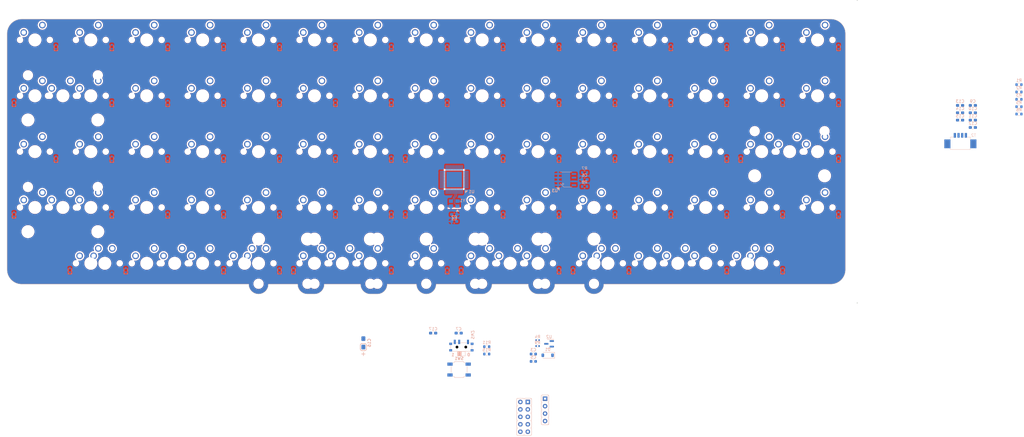
<source format=kicad_pcb>
(kicad_pcb (version 20221018) (generator pcbnew)
  (layers (0 "F.Cu" signal) (31 "B.Cu" signal) (34 "B.Paste" user) (35 "F.Paste" user) (36 "B.SilkS" user "B.Silkscreen") (37 "F.SilkS" user "F.Silkscreen") (38 "B.Mask" user) (39 "F.Mask" user) (44 "Edge.Cuts" user))
  (net 0 "")
  (net 1 "col0")
  (net 2 "col1")
  (net 3 "col2")
  (net 4 "col3")
  (net 5 "col4")
  (net 6 "col5")
  (net 7 "col6")
  (net 8 "col7")
  (net 9 "col8")
  (net 10 "col9")
  (net 11 "col10")
  (net 12 "col11")
  (net 13 "col12")
  (net 14 "col13")
  (net 15 "col14")
  (net 16 "row0")
  (net 17 "row1")
  (net 18 "row2")
  (net 19 "row3")
  (net 20 "row4")
  (net 21 "Net-(U1-PD1{slash}OSC_OUT)")
  (net 22 "GND")
  (net 23 "Net-(U1-PD0{slash}OSC_IN)")
  (net 24 "3V3")
  (net 25 "NRST")
  (net 26 "Net-(U1-VCAP_1)")
  (net 27 "BOOT0")
  (net 28 "Net-(D_0-A)")
  (net 29 "Net-(D_1-A)")
  (net 30 "Net-(D_2-A)")
  (net 31 "Net-(D_3-A)")
  (net 32 "Net-(D_4-A)")
  (net 33 "Net-(D_5-A)")
  (net 34 "Net-(D_6-A)")
  (net 35 "Net-(D_7-A)")
  (net 36 "Net-(D_8-A)")
  (net 37 "Net-(D_9-A)")
  (net 38 "Net-(D_10-A)")
  (net 39 "Net-(D_11-A)")
  (net 40 "Net-(D_12-A)")
  (net 41 "Net-(D_13-A)")
  (net 42 "Net-(D_14-A)")
  (net 43 "Net-(D_15-A)")
  (net 44 "Net-(D_16-A)")
  (net 45 "Net-(D_17-A)")
  (net 46 "Net-(D_18-A)")
  (net 47 "Net-(D_19-A)")
  (net 48 "Net-(D_20-A)")
  (net 49 "Net-(D_21-A)")
  (net 50 "Net-(D_22-A)")
  (net 51 "Net-(D_23-A)")
  (net 52 "Net-(D_24-A)")
  (net 53 "Net-(D_25-A)")
  (net 54 "Net-(D_26-A)")
  (net 55 "Net-(D_27-A)")
  (net 56 "Net-(D_28-A)")
  (net 57 "Net-(D_29-A)")
  (net 58 "Net-(D_30-A)")
  (net 59 "Net-(D_31-A)")
  (net 60 "Net-(D_32-A)")
  (net 61 "Net-(D_33-A)")
  (net 62 "Net-(D_34-A)")
  (net 63 "Net-(D_35-A)")
  (net 64 "Net-(D_36-A)")
  (net 65 "Net-(D_37-A)")
  (net 66 "Net-(D_38-A)")
  (net 67 "Net-(D_39-A)")
  (net 68 "Net-(D_40-A)")
  (net 69 "Net-(D_41-A)")
  (net 70 "Net-(D_42-A)")
  (net 71 "Net-(D_43-A)")
  (net 72 "Net-(D_44-A)")
  (net 73 "Net-(D_45-A)")
  (net 74 "Net-(D_46-A)")
  (net 75 "Net-(D_47-A)")
  (net 76 "Net-(D_48-A)")
  (net 77 "Net-(D_49-A)")
  (net 78 "Net-(D_50-A)")
  (net 79 "Net-(D_51-A)")
  (net 80 "Net-(D_52-A)")
  (net 81 "Net-(D_53-A)")
  (net 82 "Net-(D_54-A)")
  (net 83 "Net-(D_55-A)")
  (net 84 "Net-(D_56-A)")
  (net 85 "Net-(D_57-A)")
  (net 86 "Net-(D_58-A)")
  (net 87 "Net-(D_59-A)")
  (net 88 "Net-(D_60-A)")
  (net 89 "Net-(D_61-A)")
  (net 90 "Net-(D_62-A)")
  (net 91 "Net-(D_63-A)")
  (net 92 "Net-(D_64-A)")
  (net 93 "Net-(D_65-A)")
  (net 94 "Net-(D_66-A)")
  (net 95 "Net-(D_67-A)")
  (net 96 "Net-(D_68-A)")
  (net 97 "Net-(D_69-A)")
  (net 98 "SWDIO")
  (net 99 "SWCLK")
  (net 100 "BOOT1")
  (net 101 "Net-(J2-Pin_3)")
  (net 102 "Net-(J2-Pin_2)")
  (net 103 "Net-(U1-PA10)")
  (net 104 "D+")
  (net 105 "D-")
  (net 106 "Net-(U1-PB7--I2C1_SDA)")
  (net 107 "Net-(U1-PB6--I2C1_SCL)")
  (net 108 "Net-(SW1-B)")
  (net 109 "Net-(SW2A-B)")
  (net 136 "Net-(D_70-A)")
  (net 137 "5V")
  (net 138 "Net-(D_71-A)")
  (net 139 "Net-(D_72-A)")
  (footprint "MX_Only:MXOnly-1U-NoLED" (layer "F.Cu") (at 200.025 66.675)
    (fp_text reference "K_55")
    (fp_text value "KEYSW")
  )
  (footprint "MX_Only:MXOnly-3U-ReversedStabilizers-NoLED" (layer "F.Cu") (at 161.925 85.725)
    (fp_text reference "K_65")
    (fp_text value "KEYSW")
  )
  (footprint "MX_Only:MXOnly-1U-NoLED" (layer "F.Cu") (at 123.825 9.525)
    (fp_text reference "K_6")
    (fp_text value "KEYSW")
  )
  (footprint "MX_Only:MXOnly-1U-NoLED" (layer "F.Cu") (at 228.6 85.725)
    (fp_text reference "K_82")
    (fp_text value "KEYSW")
  )
  (footprint "MX_Only:MXOnly-1U-NoLED" (layer "F.Cu") (at 85.725 66.675)
    (fp_text reference "K_49")
    (fp_text value "KEYSW")
  )
  (footprint "MX_Only:MXOnly-1.5U-NoLED" (layer "F.Cu") (at 252.4125 85.725)
    (fp_text reference "K_75")
    (fp_text value "KEYSW")
  )
  (footprint "MX_Only:MXOnly-1U-NoLED" (layer "F.Cu") (at 180.975 9.525)
    (fp_text reference "K_9")
    (fp_text value "KEYSW")
  )
  (footprint "MX_Only:MXOnly-1U-NoLED" (layer "F.Cu") (at 142.875 47.625)
    (fp_text reference "K_37")
    (fp_text value "KEYSW")
  )
  (footprint "MX_Only:MXOnly-1U-NoLED" (layer "F.Cu") (at 142.875 66.675)
    (fp_text reference "K_52")
    (fp_text value "KEYSW")
  )
  (footprint "MX_Only:MXOnly-1U-NoLED" (layer "F.Cu") (at 47.625 66.675)
    (fp_text reference "K_47")
    (fp_text value "KEYSW")
  )
  (footprint "MX_Only:MXOnly-1.5U-NoLED" (layer "F.Cu") (at 80.9625 85.725)
    (fp_text reference "K_80")
    (fp_text value "KEYSW")
  )
  (footprint "MX_Only:MXOnly-1U-NoLED" (layer "F.Cu") (at 276.225 66.675)
    (fp_text reference "K_59")
    (fp_text value "KEYSW")
  )
  (footprint "MX_Only:MXOnly-1.5U-NoLED" (layer "F.Cu") (at 204.7875 85.725)
    (fp_text reference "K_83")
    (fp_text value "KEYSW")
  )
  (footprint "MX_Only:MXOnly-1U-NoLED" (layer "F.Cu") (at 66.675 85.725)
    (fp_text reference "K_62")
    (fp_text value "KEYSW")
  )
  (footprint "MX_Only:MXOnly-1U-NoLED" (layer "F.Cu") (at 161.925 66.675)
    (fp_text reference "K_53")
    (fp_text value "KEYSW")
  )
  (footprint "MX_Only:MXOnly-1U-NoLED" (layer "F.Cu") (at 9.525 66.675)
    (fp_text reference "K_45")
    (fp_text value "KEYSW")
  )
  (footprint "MX_Only:MXOnly-1U-NoLED" (layer "F.Cu") (at 57.15 85.725)
    (fp_text reference "K_81")
    (fp_text value "KEYSW")
  )
  (footprint "MX_Only:MXOnly-1U-NoLED" (layer "F.Cu") (at 28.575 47.625)
    (fp_text reference "K_31")
    (fp_text value "KEYSW")
  )
  (footprint "MX_Only:MXOnly-1U-NoLED" (layer "F.Cu") (at 123.825 47.625)
    (fp_text reference "K_36")
    (fp_text value "KEYSW")
  )
  (footprint "MX_Only:MXOnly-1U-NoLED" (layer "F.Cu") (at 28.575 66.675)
    (fp_text reference "K_46")
    (fp_text value "KEYSW")
  )
  (footprint "MX_Only:MXOnly-1U-NoLED" (layer "F.Cu") (at 238.125 47.625)
    (fp_text reference "K_42")
    (fp_text value "KEYSW")
  )
  (footprint "MX_Only:MXOnly-1U-NoLED" (layer "F.Cu") (at 200.025 9.525)
    (fp_text reference "K_10")
    (fp_text value "KEYSW")
  )
  (footprint "MX_Only:MXOnly-1U-NoLED" (layer "F.Cu") (at 142.875 9.525)
    (fp_text reference "K_7")
    (fp_text value "KEYSW")
  )
  (footprint "MX_Only:MXOnly-1U-NoLED" (layer "F.Cu") (at 238.125 9.525)
    (fp_text reference "K_12")
    (fp_text value "KEYSW")
  )
  (footprint "MX_Only:MXOnly-1U-NoLED" (layer "F.Cu") (at 257.175 85.725)
    (fp_text reference "K_69")
    (fp_text value "KEYSW")
  )
  (footprint "MX_Only:MXOnly-1U-NoLED" (layer "F.Cu") (at 104.775 28.575)
    (fp_text reference "K_20")
    (fp_text value "KEYSW")
  )
  (footprint "MX_Only:MXOnly-1U-NoLED" (layer "F.Cu") (at 47.625 28.575)
    (fp_text reference "K_17")
    (fp_text value "KEYSW")
  )
  (footprint "MX_Only:MXOnly-1U-NoLED" (layer "F.Cu") (at 123.825 28.575)
    (fp_text reference "K_21")
    (fp_text value "KEYSW")
  )
  (footprint "MX_Only:MXOnly-1U-NoLED" (layer "F.Cu") (at 66.675 9.525)
    (fp_text reference "K_3")
    (fp_text value "KEYSW")
  )
  (footprint "MX_Only:MXOnly-1U-NoLED" (layer "F.Cu") (at 276.225 47.625)
    (fp_text reference "K_44")
    (fp_text value "KEYSW")
  )
  (footprint "MX_Only:MXOnly-1U-NoLED" (layer "F.Cu") (at 257.175 28.575)
    (fp_text reference "K_28")
    (fp_text value "KEYSW")
  )
  (footprint "MX_Only:MXOnly-1U-NoLED" (layer "F.Cu") (at 180.975 47.625)
    (fp_text reference "K_39")
    (fp_text value "KEYSW")
  )
  (footprint "MX_Only:MXOnly-2U-NoLED" (layer "F.Cu") (at 266.7 47.625)
    (fp_text reference "K_74")
    (fp_text value "KEYSW")
  )
  (footprint "MX_Only:MXOnly-1U-NoLED" (layer "F.Cu") (at 238.125 28.575)
    (fp_text reference "K_27")
    (fp_text value "KEYSW")
  )
  (footprint "MX_Only:MXOnly-1U-NoLED" (layer "F.Cu") (at 142.875 28.575)
    (fp_text reference "K_22")
    (fp_text value "KEYSW")
  )
  (footprint "MX_Only:MXOnly-1U-NoLED" (layer "F.Cu") (at 219.075 28.575)
    (fp_text reference "K_26")
    (fp_text value "KEYSW")
  )
  (footprint "MX_Only:MXOnly-1U-NoLED" (layer "F.Cu") (at 200.025 85.725)
    (fp_text reference "K_66")
    (fp_text value "KEYSW")
  )
  (footprint "MX_Only:MXOnly-2U-ReversedStabilizers-NoLED" (layer "F.Cu") (at 114.3 85.725)
    (fp_text reference "K_64")
    (fp_text value "KEYSW")
  )
  (footprint "MX_Only:MXOnly-1U-NoLED" (layer "F.Cu") (at 123.825 66.675)
    (fp_text reference "K_51")
    (fp_text value "KEYSW")
  )
  (footprint "Legshark:Legshark_MXOnly-7U-3U-ReversedStabilizers-NoLED" (layer "F.Cu") (at 142.875 85.725)
    (fp_text reference "K_78")
    (fp_text value "KEYSW")
  )
  (footprint "MX_Only:MXOnly-2U-ReversedStabilizers-NoLED" (layer "F.Cu") (at 171.45 85.725)
    (fp_text reference "K_76")
    (fp_text value "KEYSW")
  )
  (footprint "MX_Only:MXOnly-1U-NoLED" (layer "F.Cu") (at 219.075 47.625)
    (fp_text reference "K_41")
    (fp_text value "KEYSW")
  )
  (footprint "MX_Only:MXOnly-1U-NoLED" (layer "F.Cu") (at 276.225 9.525)
    (fp_text reference "K_14")
    (fp_text value "KEYSW")
  )
  (footprint "MX_Only:MXOnly-1.5U-NoLED" (layer "F.Cu") (at 33.3375 85.725)
    (fp_text reference "K_79")
    (fp_text value "KEYSW")
  )
  (footprint "MX_Only:MXOnly-1U-NoLED" (layer "F.Cu") (at 257.175 9.525)
    (fp_text reference "K_13")
    (fp_text value "KEYSW")
  )
  (footprint "MX_Only:MXOnly-1U-NoLED" (layer "F.Cu") (at 219.075 9.525)
    (fp_text reference "K_11")
    (fp_text value "KEYSW")
  )
  (footprint "MX_Only:MXOnly-1U-NoLED" (layer "F.Cu") (at 85.725 28.575)
    (fp_text reference "K_19")
    (fp_text value "KEYSW")
  )
  (footprint "MX_Only:MXOnly-1U-NoLED" (layer "F.Cu") (at 257.175 47.625)
    (fp_text reference "K_43")
    (fp_text value "KEYSW")
  )
  (footprint "MX_Only:MXOnly-1U-NoLED" (layer "F.Cu") (at 276.225 28.575)
    (fp_text reference "K_29")
    (fp_text value "KEYSW")
  )
  (footprint "MX_Only:MXOnly-1U-NoLED" (layer "F.Cu") (at 9.525 9.525)
    (fp_text reference "K_0")
    (fp_text value "KEYSW")
  )
  (footprint "MX_Only:MXOnly-1U-NoLED" (layer "F.Cu") (at 47.625 9.525)
    (fp_text reference "K_2")
    (fp_text value "KEYSW")
  )
  (footprint "MX_Only:MXOnly-1U-NoLED" (layer "F.Cu") (at 9.525 28.575)
    (fp_text reference "K_15")
    (fp_text value "KEYSW")
  )
  (footprint "MX_Only:MXOnly-1U-NoLED" (layer "F.Cu") (at 85.725 47.625)
    (fp_text reference "K_34")
    (fp_text value "KEYSW")
  )
  (footprint "MX_Only:MXOnly-1U-NoLED" (layer "F.Cu") (at 219.075 85.725)
    (fp_text reference "K_67")
    (fp_text value "KEYSW")
  )
  (footprint "MX_Only:MXOnly-1U-NoLED" (layer "F.Cu") (at 47.625 85.725)
    (fp_text reference "K_61")
    (fp_text value "KEYSW")
  )
  (footprint "MX_Only:MXOnly-1U-NoLED" (layer "F.Cu") (at 180.975 66.675)
    (fp_text reference "K_54")
    (fp_text value "KEYSW")
  )
  (footprint "Legshark:Legshark_Mask" (layer "F.Cu") (at 276.225 78.58125)
    (fp_text reference "H3" hide)
    (fp_text value "LS Logo" hide)
  )
  (footprint "MX_Only:MXOnly-1U-NoLED" (layer "F.Cu") (at 161.925 47.625)
    (fp_text reference "K_38")
    (fp_text value "KEYSW")
  )
  (footprint "MX_Only:MXOnly-1U-NoLED" (layer "F.Cu") (at 104.775 9.525)
    (fp_text reference "K_5")
    (fp_text value "KEYSW")
  )
  (footprint "MX_Only:MXOnly-1U-NoLED" (layer "F.Cu") (at 85.725 85.725)
    (fp_text reference "K_63")
    (fp_text value "KEYSW")
  )
  (footprint "MX_Only:MXOnly-1U-NoLED" (layer "F.Cu") (at 104.775 85.725)
    (fp_text reference "K_71")
    (fp_text value "KEYSW")
  )
  (footprint "Legshark:ls65_logo" (layer "F.Cu") (at 276.225 86.14375)
    (fp_text reference "H2" hide)
    (fp_text value "LS65 Logo" hide)
  )
  (footprint "MX_Only:MXOnly-1U-NoLED" (layer "F.Cu") (at 200.025 28.575)
    (fp_text reference "K_25")
    (fp_text value "KEYSW")
  )
  (footprint "MX_Only:MXOnly-3U-ReversedStabilizers-NoLED" (layer "F.Cu") (at 123.825 85.725)
    (fp_text reference "K_77")
    (fp_text value "KEYSW")
  )
  (footprint "MX_Only:MXOnly-2U-NoLED" (layer "F.Cu") (at 19.05 66.675)
    (fp_text reference "K_72")
    (fp_text value "KEYSW")
  )
  (footprint "MX_Only:MXOnly-1U-NoLED" (layer "F.Cu") (at 238.125 85.725)
    (fp_text reference "K_68")
    (fp_text value "KEYSW")
  )
  (footprint "MX_Only:MXOnly-1U-NoLED" (layer "F.Cu") (at 28.575 28.575)
    (fp_text reference "K_16")
    (fp_text value "KEYSW")
  )
  (footprint "MX_Only:MXOnly-1U-NoLED" (layer "F.Cu") (at 28.575 85.725)
    (fp_text reference "K_60")
    (fp_text value "KEYSW")
  )
  (footprint "MX_Only:MXOnly-1U-NoLED" (layer "F.Cu") (at 180.975 28.575)
    (fp_text reference "K_24")
    (fp_text value "KEYSW")
  )
  (footprint "MX_Only:MXOnly-1U-NoLED" (layer "F.Cu") (at 66.675 66.675)
    (fp_text reference "K_48")
    (fp_text value "KEYSW")
  )
  (footprint "MX_Only:MXOnly-1U-NoLED" (layer "F.Cu") (at 47.625 47.625)
    (fp_text reference "K_32")
    (fp_text value "KEYSW")
  )
  (footprint "MX_Only:MXOnly-1U-NoLED" (layer "F.Cu") (at 180.975 85.725)
    (fp_text reference "K_73")
    (fp_text value "KEYSW")
  )
  (footprint "MX_Only:MXOnly-1U-NoLED" (layer "F.Cu") (at 257.175 66.675)
    (fp_text reference "K_58")
    (fp_text value "KEYSW")
  )
  (footprint "MX_Only:MXOnly-1U-NoLED" (layer "F.Cu") (at 66.675 47.625)
    (fp_text reference "K_33")
    (fp_text value "KEYSW")
  )
  (footprint "MX_Only:MXOnly-1U-NoLED" (layer "F.Cu") (at 104.775 47.625)
    (fp_text reference "K_35")
    (fp_text value "KEYSW")
  )
  (footprint "MX_Only:MXOnly-1U-NoLED" (layer "F.Cu") (at 28.575 9.525)
    (fp_text reference "K_1")
    (fp_text value "KEYSW")
  )
  (footprint "MX_Only:MXOnly-1U-NoLED" (layer "F.Cu") (at 161.925 9.525)
    (fp_text reference "K_8")
    (fp_text value "KEYSW")
  )
  (footprint "MX_Only:MXOnly-1U-NoLED" (layer "F.Cu") (at 66.675 28.575)
    (fp_text reference "K_18")
    (fp_text value "KEYSW")
  )
  (footprint "MX_Only:MXOnly-2U-NoLED" (layer "F.Cu") (at 19.05 28.575)
    (fp_text reference "K_70")
    (fp_text value "KEYSW")
  )
  (footprint "MX_Only:MXOnly-1U-NoLED" (layer "F.Cu") (at 238.125 66.675)
    (fp_text reference "K_57")
    (fp_text value "KEYSW")
  )
  (footprint "Legshark:jm_logo" (layer "F.Cu") (at 9.525 83.34375)
    (fp_text reference "H1" hide)
    (fp_text value "JM Logo" hide)
  )
  (footprint "MX_Only:MXOnly-1U-NoLED" (layer "F.Cu") (at 104.775 66.675)
    (fp_text reference "K_50")
    (fp_text value "KEYSW")
  )
  (footprint "MX_Only:MXOnly-1U-NoLED" (layer "F.Cu") (at 9.525 47.625)
    (fp_text reference "K_30")
    (fp_text value "KEYSW")
  )
  (footprint "MX_Only:MXOnly-1U-NoLED" (layer "F.Cu") (at 161.925 28.575)
    (fp_text reference "K_23")
    (fp_text value "KEYSW")
  )
  (footprint "MX_Only:MXOnly-1U-NoLED" (layer "F.Cu") (at 219.075 66.675)
    (fp_text reference "K_56")
    (fp_text value "KEYSW")
  )
  (footprint "MX_Only:MXOnly-1U-NoLED" (layer "F.Cu") (at 200.025 47.625)
    (fp_text reference "K_40")
    (fp_text value "KEYSW")
  )
  (footprint "MX_Only:MXOnly-1U-NoLED" (layer "F.Cu") (at 85.725 9.525)
    (fp_text reference "K_4")
    (fp_text value "KEYSW")
  )
  (footprint "Diode_SMD:D_SOD-523" (layer "B.Cu") (at 35.71875 50.00625 90)
    (fp_text reference "D_31" hide)
    (fp_text value "D" hide)
  )
  (footprint "Diode_SMD:D_SOD-523" (layer "B.Cu") (at 92.86875 11.90625 90)
    (fp_text reference "D_4" hide)
    (fp_text value "D" hide)
  )
  (footprint "Legshark:Surface Mount Slide Switch SPDT" (layer "B.Cu") (at 154.84375 114.3 180)
    (fp_text reference "SW2")
    (fp_text value "PCM12SMTR" hide)
  )
  (footprint "Diode_SMD:D_SOD-523" (layer "B.Cu") (at 283.36875 30.95625 90)
    (fp_text reference "D_29" hide)
    (fp_text value "D" hide)
  )
  (footprint "Diode_SMD:D_SOD-523" (layer "B.Cu") (at 207.16875 11.90625 90)
    (fp_text reference "D_10" hide)
    (fp_text value "D" hide)
  )
  (footprint "Diode_SMD:D_SOD-523" (layer "B.Cu") (at 283.36875 11.90625 90)
    (fp_text reference "D_14" hide)
    (fp_text value "D" hide)
  )
  (footprint "Diode_SMD:D_SOD-523" (layer "B.Cu") (at 73.81875 88.10625 90)
    (fp_text reference "D_62" hide)
    (fp_text value "D" hide)
  )
  (footprint "Diode_SMD:D_SOD-523" (layer "B.Cu") (at 2.38125 30.95625 90)
    (fp_text reference "D_15" hide)
    (fp_text value "D" hide)
  )
  (footprint "Resistor_SMD:R_0603_1608Metric" (layer "B.Cu") (at 163.48125 116.68125 180)
    (fp_text reference "R15")
    (fp_text value "10k")
  )
  (footprint "Diode_SMD:D_SOD-523" (layer "B.Cu") (at 250.03125 50.00625 90)
    (fp_text reference "D_43" hide)
    (fp_text value "D" hide)
  )
  (footprint "Capacitor_SMD:C_0603_1608Metric_Pad1.08x0.95mm_HandSolder" (layer "B.Cu") (at 324.78 34.37 180)
    (fp_text reference "C14")
    (fp_text value "100n")
  )
  (footprint "Legshark:Molex, PicoBlade, 53261, 4 Way, 1 Row, Right Angle PCB Header" (layer "B.Cu") (at 324.88 42.87 180)
    (fp_text reference "T2")
    (fp_text value "53261-0471")
  )
  (footprint "Diode_SMD:D_SOD-523" (layer "B.Cu") (at 264.31875 30.95625 90)
    (fp_text reference "D_28" hide)
    (fp_text value "D" hide)
  )
  (footprint "Diode_SMD:D_SOD-523" (layer "B.Cu") (at 111.91875 50.00625 90)
    (fp_text reference "D_35" hide)
    (fp_text value "D" hide)
  )
  (footprint "Diode_SMD:D_SOD-523" (layer "B.Cu") (at 16.66875 50.00625 90)
    (fp_text reference "D_30" hide)
    (fp_text value "D" hide)
  )
  (footprint "Diode_SMD:D_SOD-523" (layer "B.Cu") (at 245.26875 88.10625 90)
    (fp_text reference "D_68" hide)
    (fp_text value "D" hide)
  )
  (footprint "Diode_SMD:D_SOD-523" (layer "B.Cu") (at 150.01875 30.95625 90)
    (fp_text reference "D_22" hide)
    (fp_text value "D" hide)
  )
  (footprint "Resistor_SMD:R_0402_1005Metric" (layer "B.Cu") (at 180.81875 111.97125 180)
    (fp_text reference "R4")
    (fp_text value "100k")
  )
  (footprint "Diode_SMD:D_SOD-523" (layer "B.Cu") (at 207.16875 30.95625 90)
    (fp_text reference "D_25" hide)
    (fp_text value "D" hide)
  )
  (footprint "Diode_SMD:D_SOD-523" (layer "B.Cu") (at 16.66875 11.90625 90)
    (fp_text reference "D_0" hide)
    (fp_text value "D" hide)
  )
  (footprint "Capacitor_SMD:C_0603_1608Metric_Pad1.08x0.95mm_HandSolder" (layer "B.Cu") (at 153.91875 109.5375 180)
    (fp_text reference "C7")
    (fp_text value "100n")
  )
  (footprint "Diode_SMD:D_SOD-523" (layer "B.Cu") (at 192.88125 88.10625 90)
    (fp_text reference "D_66" hide)
    (fp_text value "D" hide)
  )
  (footprint "Capacitor_SMD:C_0603_1608Metric_Pad1.08x0.95mm_HandSolder" (layer "B.Cu") (at 152.4 71.4375 180)
    (fp_text reference "C2")
    (fp_text value "15p")
  )
  (footprint "Diode_SMD:D_SOD-523" (layer "B.Cu") (at 2.38125 69.05625 90)
    (fp_text reference "D_45" hide)
    (fp_text value "D" hide)
  )
  (footprint "Diode_SMD:D_SOD-523" (layer "B.Cu") (at 283.36875 69.05625 90)
    (fp_text reference "D_59" hide)
    (fp_text value "D" hide)
  )
  (footprint "Diode_SMD:D_SOD-523" (layer "B.Cu") (at 264.31875 11.90625 90)
    (fp_text reference "D_13" hide)
    (fp_text value "D" hide)
  )
  (footprint "Diode_SMD:D_SOD-523" (layer "B.Cu") (at 21.43125 88.10625 90)
    (fp_text reference "D_60" hide)
    (fp_text value "D" hide)
  )
  (footprint "Diode_SMD:D_SOD-523" (layer "B.Cu") (at 40.48125 88.10625 90)
    (fp_text reference "D_61" hide)
    (fp_text value "D" hide)
  )
  (footprint "Capacitor_SMD:C_0603_1608Metric_Pad1.08x0.95mm_HandSolder" (layer "B.Cu") (at 324.78 31.86 180)
    (fp_text reference "C13")
    (fp_text value "4.7u")
  )
  (footprint "Diode_SMD:D_SOD-523" (layer "B.Cu") (at 130.96875 30.95625 90)
    (fp_text reference "D_21" hide)
    (fp_text value "D" hide)
  )
  (footprint "Capacitor_SMD:C_0603_1608Metric_Pad1.08x0.95mm_HandSolder" (layer "B.Cu") (at 145.21875 109.5375 180)
    (fp_text reference "C17")
    (fp_text value "100n")
  )
  (footprint "Resistor_SMD:R_0603_1608Metric" (layer "B.Cu") (at 196.81875 54.76875 180)
    (fp_text reference "R7")
    (fp_text value "4.7k")
  )
  (footprint "Diode_SMD:D_SOD-523" (layer "B.Cu") (at 73.81875 50.00625 90)
    (fp_text reference "D_33" hide)
    (fp_text value "D" hide)
  )
  (footprint "Capacitor_SMD:C_0603_1608Metric" (layer "B.Cu") (at 179.36875 116.68125 180)
    (fp_text reference "C3")
    (fp_text value "1uF ")
  )
  (footprint "Diode_SMD:D_SOD-523" (layer "B.Cu") (at 130.96875 11.90625 90)
    (fp_text reference "D_6" hide)
    (fp_text value "D" hide)
  )
  (footprint "Resistor_SMD:R_0603_1608Metric" (layer "B.Cu") (at 344.85 27.28 180)
    (fp_text reference "R2")
    (fp_text value "0R")
  )
  (footprint "Resistor_SMD:R_0603_1608Metric" (layer "B.Cu") (at 344.85 29.79 180)
    (fp_text reference "R3")
    (fp_text value "0R")
  )
  (footprint "Capacitor_SMD:C_0603_1608Metric_Pad1.08x0.95mm_HandSolder" (layer "B.Cu") (at 329.13 36.88 180)
    (fp_text reference "C11")
    (fp_text value "100n")
  )
  (footprint "Diode_SMD:D_SOD-523" (layer "B.Cu") (at 130.96875 50.00625 90)
    (fp_text reference "D_36" hide)
    (fp_text value "D" hide)
  )
  (footprint "acheron_Components:SOIC-8" (layer "B.Cu") (at 190.5 57.15)
    (fp_text reference "U3")
    (fp_text value "AT24C256C-SSHL-T")
  )
  (footprint "Resistor_SMD:R_0603_1608Metric" (layer "B.Cu") (at 196.81875 59.53125 180)
    (fp_text reference "R8")
    (fp_text value "4.7k")
  )
  (footprint "Diode_SMD:D_SOD-523" (layer "B.Cu") (at 188.11875 30.95625 90)
    (fp_text reference "D_24" hide)
    (fp_text value "D" hide)
  )
  (footprint "Diode_SMD:D_SOD-523" (layer "B.Cu") (at 245.26875 30.95625 90)
    (fp_text reference "D_27" hide)
    (fp_text value "D" hide)
  )
  (footprint "Resistor_SMD:R_0603_1608Metric" (layer "B.Cu") (at 344.85 34.81 180)
    (fp_text reference "R6")
    (fp_text value "10k")
  )
  (footprint "acheron_Components:Crystal_SMD_3225-4Pin_3.2x2.5mm" (layer "B.Cu") (at 152.4 65.366889 180)
    (fp_text reference "Y1")
    (fp_text value "TAXM8M4RFDCET2T")
  )
  (footprint "Diode_SMD:D_SOD-523" (layer "B.Cu") (at 207.16875 69.05625 90)
    (fp_text reference "D_55" hide)
    (fp_text value "D" hide)
  )
  (footprint "Diode_SMD:D_SOD-523" (layer "B.Cu") (at 73.81875 11.90625 90)
    (fp_text reference "D_3" hide)
    (fp_text value "D" hide)
  )
  (footprint "Diode_SMD:D_SOD-523" (layer "B.Cu") (at 135.73125 69.05625 90)
    (fp_text reference "D_52" hide)
    (fp_text value "D" hide)
  )
  (footprint "Diode_SMD:D_SOD-523" (layer "B.Cu") (at 226.21875 30.95625 90)
    (fp_text reference "D_26" hide)
    (fp_text value "D" hide)
  )
  (footprint "Diode_SMD:D_SOD-523" (layer "B.Cu") (at 188.11875 69.05625 90)
    (fp_text reference "D_54" hide)
    (fp_text value "D" hide)
  )
  (footprint "Diode_SMD:D_SOD-123" (layer "B.Cu") (at 184.24375 117.10125 180)
    (fp_text reference "D1")
    (fp_text value "B5819W-SL")
  )
  (footprint "Package_TO_SOT_SMD:SOT-23" (layer "B.Cu") (at 184.71875 113.20125 180)
    (fp_text reference "U2")
    (fp_text value "MCP1700T-3302E/TT")
  )
  (footprint "Diode_SMD:D_SOD-523" (layer "B.Cu") (at 154.78125 88.10625 90)
    (fp_text reference "D_65" hide)
    (fp_text value "D" hide)
  )
  (footprint "Diode_SMD:D_SOD-523" (layer "B.Cu") (at 111.91875 11.90625 90)
    (fp_text reference "D_5" hide)
    (fp_text value "D" hide)
  )
  (footprint "Diode_SMD:D_SOD-523" (layer "B.Cu") (at 73.81875 69.05625 90)
    (fp_text reference "D_48" hide)
    (fp_text value "D" hide)
  )
  (footprint "Resistor_SMD:R_0603_1608Metric" (layer "B.Cu") (at 344.85 24.77 180)
    (fp_text reference "R1")
    (fp_text value "51k")
  )
  (footprint "Diode_SMD:D_SOD-523" (layer "B.Cu") (at 226.21875 50.00625 90)
    (fp_text reference "D_41" hide)
    (fp_text value "D" hide)
  )
  (footprint "Diode_SMD:D_SOD-523" (layer "B.Cu") (at 35.71875 11.90625 90)
    (fp_text reference "D_1" hide)
    (fp_text value "D" hide)
  )
  (footprint "Diode_SMD:D_SOD-523" (layer "B.Cu") (at 264.31875 69.05625 90)
    (fp_text reference "D_58" hide)
    (fp_text value "D" hide)
  )
  (footprint "Diode_SMD:D_SOD-523" (layer "B.Cu") (at 169.06875 30.95625 90)
    (fp_text reference "D_23" hide)
    (fp_text value "D" hide)
  )
  (footprint "Diode_SMD:D_SOD-523" (layer "B.Cu") (at 245.26875 69.05625 90)
    (fp_text reference "D_57" hide)
    (fp_text value "D" hide)
  )
  (footprint "Diode_SMD:D_SOD-523" (layer "B.Cu") (at 130.96875 88.10625 90)
    (fp_text reference "D_64" hide)
    (fp_text value "D" hide)
  )
  (footprint "Diode_SMD:D_SOD-523" (layer "B.Cu") (at 188.11875 50.00625 90)
    (fp_text reference "D_39" hide)
    (fp_text value "D" hide)
  )
  (footprint "Diode_SMD:D_SOD-523" (layer "B.Cu") (at 245.26875 11.90625 90)
    (fp_text reference "D_12" hide)
    (fp_text value "D" hide)
  )
  (footprint "Resistor_SMD:R_0402_1005Metric" (layer "B.Cu") (at 180.81875 113.96125 180)
    (fp_text reference "R9")
    (fp_text value "100k")
  )
  (footprint "Diode_SMD:D_SOD-523" (layer "B.Cu") (at 54.76875 50.00625 90)
    (fp_text reference "D_32" hide)
    (fp_text value "D" hide)
  )
  (footprint "Resistor_SMD:R_0603_1608Metric" (layer "B.Cu") (at 163.48125 114.17125 180)
    (fp_text reference "R11")
    (fp_text value "100R")
  )
  (footprint "Diode_SMD:D_SOD-523" (layer "B.Cu") (at 73.81875 30.95625 90)
    (fp_text reference "D_18" hide)
    (fp_text value "D" hide)
  )
  (footprint "acheron_Components:STM_UFQFPN-48_LQFP-48-1EP_7x7mm_P0.5mm_HandSoldering" (layer "B.Cu") (at 152.4 57.15 90)
    (fp_text reference "U1")
    (fp_text value "STM32F411CEU6")
  )
  (footprint "acheron_Connectors:PinHeader_2x5_P2.54mm_Vertical" (layer "B.Cu") (at 176.2125 138.1125 180)
    (fp_text reference "J1" hide)
    (fp_text value "ARM JTAG" hide)
  )
  (footprint "Diode_SMD:D_SOD-523" (layer "B.Cu") (at 150.01875 88.10625 90)
    (fp_text reference "D_70" hide)
    (fp_text value "D" hide)
  )
  (footprint "Diode_SMD:D_SOD-523" (layer "B.Cu") (at 97.63125 88.10625 90)
    (fp_text reference "D_71" hide)
    (fp_text value "D" hide)
  )
  (footprint "Diode_SMD:D_SOD-523" (layer "B.Cu") (at 92.86875 30.95625 90)
    (fp_text reference "D_19" hide)
    (fp_text value "D" hide)
  )
  (footprint "Diode_SMD:D_SOD-523" (layer "B.Cu") (at 188.11875 11.90625 90)
    (fp_text reference "D_9" hide)
    (fp_text value "D" hide)
  )
  (footprint "Diode_SMD:D_SOD-523" (layer "B.Cu") (at 54.76875 30.95625 90)
    (fp_text reference "D_17" hide)
    (fp_text value "D" hide)
  )
  (footprint "Resistor_SMD:R_0603_1608Metric" (layer "B.Cu") (at 344.85 32.3 180)
    (fp_text reference "R5")
    (fp_text value "1.5k")
  )
  (footprint "Diode_SMD:D_SOD-523" (layer "B.Cu") (at 169.06875 11.90625 90)
    (fp_text reference "D_8" hide)
    (fp_text value "D" hide)
  )
  (footprint "Capacitor_SMD:C_0603_1608Metric_Pad1.08x0.95mm_HandSolder" (layer "B.Cu") (at 196.81875 57.15 180)
    (fp_text reference "C6")
    (fp_text value "100n")
  )
  (footprint "Capacitor_SMD:C_0603_1608Metric_Pad1.08x0.95mm_HandSolder" (layer "B.Cu") (at 329.13 39.39 180)
    (fp_text reference "C12")
    (fp_text value "10n")
  )
  (footprint "Diode_SMD:D_SOD-523" (layer "B.Cu") (at 226.21875 11.90625 90)
    (fp_text reference "D_11" hide)
    (fp_text value "D" hide)
  )
  (footprint "Diode_SMD:D_SOD-523" (layer "B.Cu") (at 54.76875 11.90625 90)
    (fp_text reference "D_2" hide)
    (fp_text value "D" hide)
  )
  (footprint "Diode_SMD:D_SOD-523" (layer "B.Cu") (at 35.71875 30.95625 90)
    (fp_text reference "D_16" hide)
    (fp_text value "D" hide)
  )
  (footprint "Capacitor_SMD:C_0603_1608Metric_Pad1.08x0.95mm_HandSolder" (layer "B.Cu") (at 329.13 34.37 180)
    (fp_text reference "C10")
    (fp_text value "100n")
  )
  (footprint "Diode_SMD:D_SOD-523" (layer "B.Cu") (at 92.86875 50.00625 90)
    (fp_text reference "D_34" hide)
    (fp_text value "D" hide)
  )
  (footprint "Diode_SMD:D_SOD-523" (layer "B.Cu") (at 111.91875 30.95625 90)
    (fp_text reference "D_20" hide)
    (fp_text value "D" hide)
  )
  (footprint "Diode_SMD:D_SOD-523" (layer "B.Cu") (at 245.26875 50.00625 90)
    (fp_text reference "D_42" hide)
    (fp_text value "D" hide)
  )
  (footprint "acheron_Connectors:PinHeader_1x4_P2.54mm_Vertical" (layer "B.Cu") (at 183.35625 135.73125 180)
    (fp_text reference "J2" hide)
    (fp_text value "Conn_01x04" hide)
  )
  (footprint "Diode_SMD:D_SOD-523" (layer "B.Cu") (at 211.93125 88.10625 90)
    (fp_text reference "D_67" hide)
    (fp_text value "D" hide)
  )
  (footprint "Diode_SMD:D_SOD-523" (layer "B.Cu") (at 169.06875 50.00625 90)
    (fp_text reference "D_38" hide)
    (fp_text value "D" hide)
  )
  (footprint "Diode_SMD:D_SOD-523" (layer "B.Cu") (at 150.01875 11.90625 90)
    (fp_text reference "D_7" hide)
    (fp_text value "D" hide)
  )
  (footprint "Diode_SMD:D_SOD-523" (layer "B.Cu") (at 54.76875 69.05625 90)
    (fp_text reference "D_47" hide)
    (fp_text value "D" hide)
  )
  (footprint "Diode_SMD:D_SOD-523" (layer "B.Cu") (at 135.73125 50.00625 90)
    (fp_text reference "D_37" hide)
    (fp_text value "D" hide)
  )
  (footprint "Capacitor_SMD:C_0603_1608Metric_Pad1.08x0.95mm_HandSolder" (layer "B.Cu") (at 329.13 31.86 180)
    (fp_text reference "C9")
    (fp_text value "100n")
  )
  (footprint "Diode_SMD:D_SOD-523" (layer "B.Cu") (at 92.86875 69.05625 90)
    (fp_text reference "D_49" hide)
    (fp_text value "D" hide)
  )
  (footprint "Diode_SMD:D_SOD-523" (layer "B.Cu") (at 226.21875 69.05625 90)
    (fp_text reference "D_56" hide)
    (fp_text value "D" hide)
  )
  (footprint "Capacitor_SMD:C_0603_1608Metric" (layer "B.Cu") (at 179.36875 119.19125 180)
    (fp_text reference "C5")
    (fp_text value "1uF ")
  )
  (footprint "acheron_Hardware:K2-1187SQ-A4SW-06" (layer "B.Cu") (at 154.0625 121.975 180)
    (fp_text reference "SW1")
    (fp_text value "K2-1187SQ-A4SW-06")
  )
  (footprint "acheron_Components:CP_EIA-3216-10_Kemet-I_Pad1.58x1.35mm_HandSolder" (layer "B.Cu") (at 121.44375 112.8625 90)
    (fp_text reference "C16")
    (fp_text value "10u")
  )
  (footprint "Capacitor_SMD:C_0603_1608Metric_Pad1.08x0.95mm_HandSolder" (layer "B.Cu") (at 324.78 36.88 180)
    (fp_text reference "C15")
    (fp_text value "4.7u")
  )
  (footprint "Diode_SMD:D_SOD-523" (layer "B.Cu") (at 264.31875 88.10625 90)
    (fp_text reference "D_69" hide)
    (fp_text value "D" hide)
  )
  (footprint "Diode_SMD:D_SOD-523" (layer "B.Cu") (at 92.86875 88.10625 90)
    (fp_text reference "D_63" hide)
    (fp_text value "D" hide)
  )
  (footprint "Diode_SMD:D_SOD-523" (layer "B.Cu") (at 283.36875 50.00625 90)
    (fp_text reference "D_44" hide)
    (fp_text value "D" hide)
  )
  (footprint "Diode_SMD:D_SOD-523" (layer "B.Cu") (at 35.71875 69.05625 90)
    (fp_text reference "D_46" hide)
    (fp_text value "D" hide)
  )
  (footprint "Diode_SMD:D_SOD-523" (layer "B.Cu") (at 111.91875 69.05625 90)
    (fp_text reference "D_50" hide)
    (fp_text value "D" hide)
  )
  (footprint "Diode_SMD:D_SOD-523" (layer "B.Cu") (at 130.96875 69.05625 90)
    (fp_text reference "D_51" hide)
    (fp_text value "D" hide)
  )
  (footprint "Diode_SMD:D_SOD-523" (layer "B.Cu") (at 188.11875 88.10625 90)
    (fp_text reference "D_72" hide)
    (fp_text value "D" hide)
  )
  (footprint "Diode_SMD:D_SOD-523" (layer "B.Cu") (at 169.06875 69.05625 90)
    (fp_text reference "D_53" hide)
    (fp_text value "D" hide)
  )
  (footprint "Capacitor_SMD:C_0603_1608Metric_Pad1.08x0.95mm_HandSolder" (layer "B.Cu") (at 152.4 69.05625)
    (fp_text reference "C1")
    (fp_text value "15p")
  )
  (footprint "Diode_SMD:D_SOD-523" (layer "B.Cu") (at 207.16875 50.00625 90)
    (fp_text reference "D_40" hide)
    (fp_text value "D" hide)
  )
  (gr_line (start 90.4875 92.86875) (end 90.4875 92.86875) (stroke (width 0.1)) (layer "Edge.Cuts"))
  (gr_arc (start 285.75 87.86875) (mid 284.285549 91.404299) (end 280.75 92.86875) (stroke (width 0.1)) (layer "Edge.Cuts"))
  (gr_line (start 123.825 96.236359) (end 126.20625 96.236344) (stroke (width 0.1)) (layer "Edge.Cuts"))
  (gr_arc (start 0 7.38125) (mid 1.464466 3.845716) (end 5 2.38125) (stroke (width 0.1)) (layer "Edge.Cuts"))
  (gr_arc (start 146.242619 92.868748) (mid 145.25625 95.25) (end 142.874988 96.236344) (stroke (width 0.1)) (layer "Edge.Cuts"))
  (gr_line (start 120.457404 92.868763) (end 108.142619 92.868748) (stroke (width 0.1)) (layer "Edge.Cuts"))
  (gr_line (start 102.393738 96.236359) (end 104.774988 96.236344) (stroke (width 0.1)) (layer "Edge.Cuts"))
  (gr_line (start 156.176142 92.868763) (end 146.242619 92.868748) (stroke (width 0.1)) (layer "Edge.Cuts"))
  (gr_line (start 159.54375 96.236359) (end 161.925 96.236344) (stroke (width 0.1)) (layer "Edge.Cuts"))
  (gr_line (start 82.357404 92.86875) (end 5 92.86875) (stroke (width 0.1)) (layer "Edge.Cuts"))
  (gr_arc (start 129.573881 92.868748) (mid 128.587503 95.249991) (end 126.20625 96.236344) (stroke (width 0.1)) (layer "Edge.Cuts"))
  (gr_line (start 196.657392 92.868763) (end 186.723869 92.868748) (stroke (width 0.1)) (layer "Edge.Cuts"))
  (gr_line (start 0 87.86875) (end 0 7.38125) (stroke (width 0.1)) (layer "Edge.Cuts"))
  (gr_arc (start 102.393738 96.236359) (mid 100.012488 95.250013) (end 99.026142 92.868763) (stroke (width 0.1)) (layer "Edge.Cuts"))
  (gr_arc (start 280.75 2.38125) (mid 284.285549 3.845701) (end 285.75 7.38125) (stroke (width 0.1)) (layer "Edge.Cuts"))
  (gr_arc (start 85.725 96.236346) (mid 83.34375 95.25) (end 82.357404 92.86875) (stroke (width 0.1)) (layer "Edge.Cuts"))
  (gr_arc (start 142.874988 96.236359) (mid 140.493738 95.250013) (end 139.507392 92.868763) (stroke (width 0.1)) (layer "Edge.Cuts"))
  (gr_arc (start 165.292631 92.868748) (mid 164.306266 95.250004) (end 161.925 96.236344) (stroke (width 0.1)) (layer "Edge.Cuts"))
  (gr_line (start 177.607392 92.868763) (end 165.292631 92.868748) (stroke (width 0.1)) (layer "Edge.Cuts"))
  (gr_line (start 80.9625 92.86875) (end 80.9625 92.86875) (stroke (width 0.1)) (layer "Edge.Cuts"))
  (gr_arc (start 159.54375 96.236359) (mid 157.162507 95.250006) (end 156.176154 92.868763) (stroke (width 0.1)) (layer "Edge.Cuts"))
  (gr_arc (start 289.75 99.25) (mid 289.75 99.25) (end 289.75 99.25) (stroke (width 0.2)) (layer "Edge.Cuts"))
  (gr_arc (start 180.975 96.236359) (mid 178.59375 95.250013) (end 177.607404 92.868763) (stroke (width 0.1)) (layer "Edge.Cuts"))
  (gr_line (start 180.975 96.236359) (end 183.35625 96.236344) (stroke (width 0.1)) (layer "Edge.Cuts"))
  (gr_arc (start 89.092631 92.868735) (mid 88.106262 95.249987) (end 85.725 96.236331) (stroke (width 0.1)) (layer "Edge.Cuts"))
  (gr_line (start 5 2.38125) (end 280.75 2.38125) (stroke (width 0.1)) (layer "Edge.Cuts"))
  (gr_line (start 99.026142 92.868763) (end 89.092631 92.868735) (stroke (width 0.1)) (layer "Edge.Cuts"))
  (gr_arc (start 200.024988 96.236359) (mid 197.643738 95.250013) (end 196.657392 92.868763) (stroke (width 0.1)) (layer "Edge.Cuts"))
  (gr_line (start 280.75 92.86875) (end 203.392619 92.868748) (stroke (width 0.1)) (layer "Edge.Cuts"))
  (gr_arc (start 123.825 96.236359) (mid 121.443739 95.250024) (end 120.457404 92.868763) (stroke (width 0.1)) (layer "Edge.Cuts"))
  (gr_arc (start 186.723881 92.868748) (mid 185.737512 95.25) (end 183.35625 96.236344) (stroke (width 0.1)) (layer "Edge.Cuts"))
  (gr_arc (start 108.142619 92.868748) (mid 107.15625 95.25) (end 104.774988 96.236344) (stroke (width 0.1)) (layer "Edge.Cuts"))
  (gr_arc (start 203.392619 92.868748) (mid 202.40625 95.25) (end 200.024988 96.236344) (stroke (width 0.1)) (layer "Edge.Cuts"))
  (gr_arc (start 5 92.86875) (mid 1.464466 91.404284) (end 0 87.86875) (stroke (width 0.1)) (layer "Edge.Cuts"))
  (gr_arc (start 289.75 -4) (mid 289.75 -4) (end 289.75 -4) (stroke (width 0.2)) (layer "Edge.Cuts"))
  (gr_line (start 285.75 7.38125) (end 285.75 87.86875) (stroke (width 0.1)) (layer "Edge.Cuts"))
  (gr_line (start 139.507392 92.868763) (end 129.573881 92.868748) (stroke (width 0.1)) (layer "Edge.Cuts"))
  (segment (start 152.1 63.25) (end 152.65 62.7) (width 0.2) (layer "B.Cu") (net 21))
  (segment (start 152.1 63.716889) (end 152.1 63.25) (width 0.2) (layer "B.Cu") (net 21))
  (segment (start 151.3 64.516889) (end 152.1 63.716889) (width 0.2) (layer "B.Cu") (net 21))
  (segment (start 152.65 62.7) (end 152.65 61.15) (width 0.2) (layer "B.Cu") (net 21))
  (segment (start 153.5 66.216889) (end 153.4 66.216889) (width 0.2) (layer "B.Cu") (net 23))
  (segment (start 153.4 66.216889) (end 152.5 65.316889) (width 0.2) (layer "B.Cu") (net 23))
  (segment (start 152.5 65.316889) (end 152.5 63.415686) (width 0.2) (layer "B.Cu") (net 23))
  (segment (start 152.5 63.415686) (end 153.15 62.765686) (width 0.2) (layer "B.Cu") (net 23))
  (segment (start 153.15 62.765686) (end 153.15 61.15) (width 0.2) (layer "B.Cu") (net 23))
  (zone (net 22) (net_name "GND") (layer "F.Cu") (connect_pads (clearance 0.508)) (min_thickness 0.25) (fill yes (thermal_gap 0.5) (thermal_bridge_width 0.5))
    (polygon (pts (xy -2.38125 -2.38125) (xy 288.13125 -2.38125) (xy 288.13125 97.63125) (xy -2.38125 97.63125)))
  )
  (zone (net 24) (net_name "3V3") (layer "F.Cu") (name "Power Rail") (priority 1) (connect_pads (clearance 0.508)) (min_thickness 0.25) (fill yes (thermal_gap 0.5) (thermal_bridge_width 0.5))
    (polygon (pts (xy 161.925 66.675) (xy 142.875 66.675) (xy 142.875 47.625) (xy 161.925 47.625)))
    (polygon (pts (xy 148.828125 53.578125) (xy 148.828125 60.721875) (xy 155.971875 60.721875) (xy 155.971875 53.578125)))
  )
  (zone (net 22) (net_name "GND") (layer "B.Cu") (connect_pads (clearance 0.508)) (min_thickness 0.25) (fill yes (thermal_gap 0.5) (thermal_bridge_width 0.5))
    (polygon (pts (xy -2.38125 -2.38125) (xy 288.13125 -2.38125) (xy 288.13125 97.63125) (xy -2.38125 97.63125)))
  )
)
</source>
